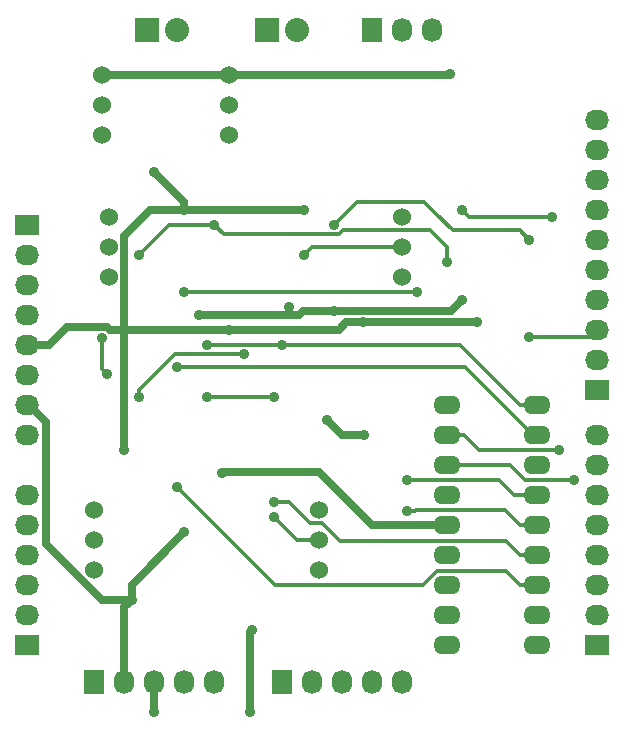
<source format=gbl>
G04 #@! TF.FileFunction,Copper,L2,Bot,Signal*
%FSLAX45Y45*%
G04 Gerber Fmt 4.5, Leading zero omitted, Abs format (unit mm)*
G04 Created by KiCad (PCBNEW (2016-02-11 BZR 6551)-product) date Friday, February 12, 2016 'PMt' 09:01:30 PM*
%MOMM*%
G01*
G04 APERTURE LIST*
%ADD10C,0.100000*%
%ADD11R,2.032000X1.727200*%
%ADD12O,2.032000X1.727200*%
%ADD13R,1.727200X2.032000*%
%ADD14O,1.727200X2.032000*%
%ADD15C,1.524000*%
%ADD16R,2.032000X2.032000*%
%ADD17O,2.032000X2.032000*%
%ADD18O,2.300000X1.600000*%
%ADD19C,0.889000*%
%ADD20C,0.304800*%
%ADD21C,0.635000*%
G04 APERTURE END LIST*
D10*
D11*
X18796000Y-13589000D03*
D12*
X18796000Y-13335000D03*
X18796000Y-13081000D03*
X18796000Y-12827000D03*
X18796000Y-12573000D03*
X18796000Y-12319000D03*
D11*
X23622000Y-11430000D03*
D12*
X23622000Y-11176000D03*
X23622000Y-10922000D03*
X23622000Y-10668000D03*
X23622000Y-10414000D03*
X23622000Y-10160000D03*
X23622000Y-9906000D03*
X23622000Y-9652000D03*
X23622000Y-9398000D03*
X23622000Y-9144000D03*
D11*
X23622000Y-13589000D03*
D12*
X23622000Y-13335000D03*
X23622000Y-13081000D03*
X23622000Y-12827000D03*
X23622000Y-12573000D03*
X23622000Y-12319000D03*
X23622000Y-12065000D03*
X23622000Y-11811000D03*
D13*
X19367500Y-13906500D03*
D14*
X19621500Y-13906500D03*
X19875500Y-13906500D03*
X20129500Y-13906500D03*
X20383500Y-13906500D03*
D13*
X20955000Y-13906500D03*
D14*
X21209000Y-13906500D03*
X21463000Y-13906500D03*
X21717000Y-13906500D03*
X21971000Y-13906500D03*
D13*
X21717000Y-8382000D03*
D14*
X21971000Y-8382000D03*
X22225000Y-8382000D03*
D11*
X18796000Y-10033000D03*
D12*
X18796000Y-10287000D03*
X18796000Y-10541000D03*
X18796000Y-10795000D03*
X18796000Y-11049000D03*
X18796000Y-11303000D03*
X18796000Y-11557000D03*
X18796000Y-11811000D03*
D15*
X19431000Y-9017000D03*
X19431000Y-9271000D03*
X19431000Y-8763000D03*
X20510500Y-9017000D03*
X20510500Y-9271000D03*
X20510500Y-8763000D03*
X19367500Y-12700000D03*
X19367500Y-12446000D03*
X19367500Y-12954000D03*
X21272500Y-12700000D03*
X21272500Y-12446000D03*
X21272500Y-12954000D03*
X19494500Y-10223500D03*
X19494500Y-9969500D03*
X19494500Y-10477500D03*
X21971000Y-10223500D03*
X21971000Y-9969500D03*
X21971000Y-10477500D03*
D16*
X19812000Y-8382000D03*
D17*
X20066000Y-8382000D03*
D16*
X20828000Y-8382000D03*
D17*
X21082000Y-8382000D03*
D18*
X22352000Y-11557000D03*
X22352000Y-11811000D03*
X22352000Y-12065000D03*
X22352000Y-12319000D03*
X22352000Y-12573000D03*
X22352000Y-12827000D03*
X22352000Y-13081000D03*
X22352000Y-13335000D03*
X22352000Y-13589000D03*
X23114000Y-13589000D03*
X23114000Y-13335000D03*
X23114000Y-13081000D03*
X23114000Y-12827000D03*
X23114000Y-12573000D03*
X23114000Y-12319000D03*
X23114000Y-12065000D03*
X23114000Y-11811000D03*
X23114000Y-11557000D03*
D19*
X22018308Y-12192000D03*
X23431500Y-12192000D03*
X23050500Y-10985500D03*
X23304500Y-11938000D03*
X21018500Y-10731500D03*
X21393115Y-10762298D03*
X20447000Y-12134500D03*
X22479000Y-9907890D03*
X23241000Y-9969500D03*
X22479000Y-10668000D03*
X20256500Y-10795000D03*
X20129500Y-12636500D03*
X19685000Y-13208000D03*
X22018308Y-12459505D03*
X20701000Y-13462000D03*
X20683290Y-14160500D03*
X21336000Y-11684000D03*
X21653500Y-11811000D03*
X19621500Y-11938000D03*
X19875500Y-9588500D03*
X20510500Y-10922000D03*
X22382798Y-8756615D03*
X20129500Y-9908450D03*
X21145500Y-9906000D03*
X19875500Y-14160500D03*
X21642535Y-10858500D03*
X22606000Y-10858500D03*
X22098000Y-10604500D03*
X20129500Y-10604500D03*
X20637500Y-11128692D03*
X19748500Y-11493500D03*
X19475000Y-11300000D03*
X19428803Y-10996070D03*
X20891500Y-11493500D03*
X20320000Y-11493500D03*
X20069099Y-12255500D03*
X20891500Y-12382500D03*
X22352000Y-10350501D03*
X19748500Y-10287000D03*
X20383500Y-10033000D03*
X21399500Y-10032997D03*
X23050500Y-10160000D03*
X20066000Y-11239500D03*
X20320000Y-11049000D03*
X20955000Y-11049000D03*
X20891500Y-12509500D03*
X21145500Y-10287000D03*
D20*
X23114000Y-12319000D02*
X22924230Y-12319000D01*
X22924230Y-12319000D02*
X22797230Y-12192000D01*
X22797230Y-12192000D02*
X22081170Y-12192000D01*
X22081170Y-12192000D02*
X22018308Y-12192000D01*
X23368638Y-12192000D02*
X23431500Y-12192000D01*
X22352000Y-12065000D02*
X22883172Y-12065000D01*
X23010172Y-12192000D02*
X23368638Y-12192000D01*
X22883172Y-12065000D02*
X23010172Y-12192000D01*
X23050500Y-10985500D02*
X23558500Y-10985500D01*
X23558500Y-10985500D02*
X23622000Y-10922000D01*
X22352000Y-11811000D02*
X22497480Y-11811000D01*
X22497480Y-11811000D02*
X22624480Y-11938000D01*
X22624480Y-11938000D02*
X23304500Y-11938000D01*
X23606760Y-9652000D02*
X23622000Y-9652000D01*
X23637240Y-9398000D02*
X23622000Y-9398000D01*
D21*
X21455976Y-10762298D02*
X21393115Y-10762298D01*
X22384702Y-10762298D02*
X21455976Y-10762298D01*
X22479000Y-10668000D02*
X22384702Y-10762298D01*
X20256500Y-10795000D02*
X21017507Y-10795000D01*
D20*
X21018500Y-10731500D02*
X21018500Y-10794362D01*
X21018500Y-10794362D02*
X21017862Y-10795000D01*
X21017862Y-10795000D02*
X21017507Y-10795000D01*
D21*
X21017507Y-10795000D02*
X21104078Y-10795000D01*
X21104078Y-10795000D02*
X21136780Y-10762298D01*
X21136780Y-10762298D02*
X21330253Y-10762298D01*
X21330253Y-10762298D02*
X21393115Y-10762298D01*
X21272500Y-12128500D02*
X20453000Y-12128500D01*
X20453000Y-12128500D02*
X20447000Y-12134500D01*
X21717000Y-12573000D02*
X21272500Y-12128500D01*
X22352000Y-12573000D02*
X21717000Y-12573000D01*
D20*
X23241000Y-9969500D02*
X22540610Y-9969500D01*
X22540610Y-9969500D02*
X22479000Y-9907890D01*
D21*
X19685000Y-13208000D02*
X19685000Y-13081000D01*
X19685000Y-13081000D02*
X20129500Y-12636500D01*
X19685000Y-13208000D02*
X19432134Y-13208000D01*
X19432134Y-13208000D02*
X18961100Y-12736966D01*
X18961100Y-12736966D02*
X18961100Y-11706860D01*
X18961100Y-11706860D02*
X18811240Y-11557000D01*
X18811240Y-11557000D02*
X18796000Y-11557000D01*
X19621500Y-13906500D02*
X19621500Y-13271500D01*
X19621500Y-13271500D02*
X19685000Y-13208000D01*
X20510500Y-10922000D02*
X21436500Y-10922000D01*
X21436500Y-10922000D02*
X21500000Y-10858500D01*
X21500000Y-10858500D02*
X21642535Y-10858500D01*
X19622450Y-10127550D02*
X19841550Y-9908450D01*
X19841550Y-9908450D02*
X20129500Y-9908450D01*
X19617110Y-10922000D02*
X19622450Y-10916660D01*
X19622450Y-10916660D02*
X19622450Y-10127550D01*
D20*
X22094675Y-12446000D02*
X22081170Y-12459505D01*
X22841520Y-12446000D02*
X22094675Y-12446000D01*
X23114000Y-12573000D02*
X22968520Y-12573000D01*
X22968520Y-12573000D02*
X22841520Y-12446000D01*
X22081170Y-12459505D02*
X22018308Y-12459505D01*
D21*
X20683290Y-14160500D02*
X20683290Y-13479710D01*
X20683290Y-13479710D02*
X20701000Y-13462000D01*
X21463000Y-11811000D02*
X21336000Y-11684000D01*
X21653500Y-11811000D02*
X21463000Y-11811000D01*
X20510500Y-10922000D02*
X19617110Y-10922000D01*
X19617110Y-10922000D02*
X19499308Y-10922000D01*
X19621500Y-11938000D02*
X19621500Y-10926390D01*
X19621500Y-10926390D02*
X19617110Y-10922000D01*
X19477176Y-10899868D02*
X19135632Y-10899868D01*
X19135632Y-10899868D02*
X18986500Y-11049000D01*
X19499308Y-10922000D02*
X19477176Y-10899868D01*
X18986500Y-11049000D02*
X18796000Y-11049000D01*
X20129500Y-9908450D02*
X20129500Y-9842500D01*
X20129500Y-9842500D02*
X19875500Y-9588500D01*
X22376413Y-8763000D02*
X22382798Y-8756615D01*
X20510500Y-8763000D02*
X22376413Y-8763000D01*
X20510500Y-8763000D02*
X19431000Y-8763000D01*
X21145500Y-9906000D02*
X20131950Y-9906000D01*
X20131950Y-9906000D02*
X20129500Y-9908450D01*
X19875500Y-14160500D02*
X19875500Y-13906500D01*
X22606000Y-10858500D02*
X21642535Y-10858500D01*
D20*
X20129500Y-10604500D02*
X22098000Y-10604500D01*
X20605118Y-11128690D02*
X20621308Y-11112500D01*
X20050448Y-11128690D02*
X20605118Y-11128690D01*
X19748500Y-11493500D02*
X19748500Y-11430638D01*
X19748500Y-11430638D02*
X20050448Y-11128690D01*
X20621308Y-11112500D02*
X20637500Y-11128692D01*
X19431000Y-11176000D02*
X19431000Y-11256000D01*
X19431000Y-11256000D02*
X19475000Y-11300000D01*
X19428803Y-11058932D02*
X19428803Y-10996070D01*
X19428803Y-11173803D02*
X19428803Y-11058932D01*
X19431000Y-11176000D02*
X19428803Y-11173803D01*
X20320000Y-11493500D02*
X20891500Y-11493500D01*
X23114000Y-13081000D02*
X22968520Y-13081000D01*
X22968520Y-13081000D02*
X22853279Y-12965759D01*
X22853279Y-12965759D02*
X22269266Y-12965759D01*
X22269266Y-12965759D02*
X22154025Y-13081000D01*
X22154025Y-13081000D02*
X20894599Y-13081000D01*
X20894599Y-13081000D02*
X20069099Y-12255500D01*
X21044125Y-12408125D02*
X21018500Y-12382500D01*
X21193440Y-12557440D02*
X21044125Y-12408125D01*
X21018500Y-12382500D02*
X20891500Y-12382500D01*
X20954362Y-12382500D02*
X20891500Y-12382500D01*
X20980400Y-12382500D02*
X20954362Y-12382500D01*
X21449190Y-12711759D02*
X21294872Y-12557440D01*
X22853279Y-12711759D02*
X21449190Y-12711759D01*
X22968520Y-12827000D02*
X22853279Y-12711759D01*
X23114000Y-12827000D02*
X22968520Y-12827000D01*
X21294872Y-12557440D02*
X21193440Y-12557440D01*
X20383500Y-10033000D02*
X20463193Y-10112693D01*
X20463193Y-10112693D02*
X21437751Y-10112693D01*
X21437751Y-10112693D02*
X21470134Y-10080310D01*
X21470134Y-10080310D02*
X21501251Y-10080310D01*
X21501882Y-10080940D02*
X22209440Y-10080940D01*
X21501251Y-10080310D02*
X21501882Y-10080940D01*
X22209440Y-10080940D02*
X22352000Y-10223500D01*
X22352000Y-10223500D02*
X22352000Y-10350501D01*
X20383500Y-10033000D02*
X20002500Y-10033000D01*
X20002500Y-10033000D02*
X19748500Y-10287000D01*
X22971440Y-10080940D02*
X22400072Y-10080940D01*
X22251148Y-9932016D02*
X22400072Y-10080940D01*
X22251016Y-9932016D02*
X22251148Y-9932016D01*
X22161500Y-9842500D02*
X21589997Y-9842500D01*
X21589997Y-9842500D02*
X21399500Y-10032997D01*
X22251016Y-9932016D02*
X22161500Y-9842500D01*
X23050500Y-10160000D02*
X22971440Y-10080940D01*
X23114000Y-11811000D02*
X23079000Y-11811000D01*
X23079000Y-11811000D02*
X22507500Y-11239500D01*
X22507500Y-11239500D02*
X20066000Y-11239500D01*
X20955000Y-11049000D02*
X20320000Y-11049000D01*
X21021353Y-11052491D02*
X21017862Y-11049000D01*
X23114000Y-11557000D02*
X22968520Y-11557000D01*
X22968520Y-11557000D02*
X22464011Y-11052491D01*
X21017862Y-11049000D02*
X20955000Y-11049000D01*
X22464011Y-11052491D02*
X21021353Y-11052491D01*
X21272500Y-12700000D02*
X21082000Y-12700000D01*
X21082000Y-12700000D02*
X20891500Y-12509500D01*
X21971000Y-10223500D02*
X21209000Y-10223500D01*
X21209000Y-10223500D02*
X21145500Y-10287000D01*
M02*

</source>
